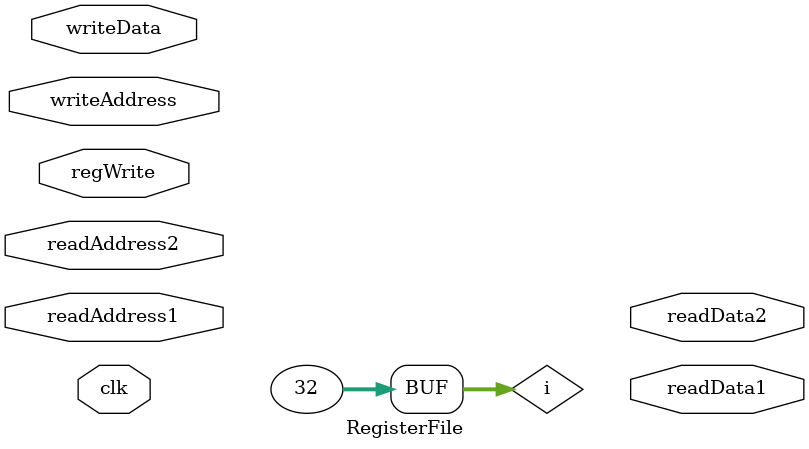
<source format=v>
module RegisterFile(clk, readAddress1, readAddress2, readData1, 
                        readData2, regWrite, writeAddress, writeData);

    input wire [31:0] writeData;
    input wire [4:0] readAddress2,readAddress1,writeAddress;
    input wire clk,regWrite;
    output wire [31:0] readData1,readData2;

    // internal values for loops and temporary data assignment
    integer i;
    reg [31:0] temp1,temp2;
    
    //32 registers for 32 words
    reg [31:0] registers [0:31];
    
    //fill all registers with 0
    initial 
    begin
        for(i=0;i<32;i=i+1)
            registers[i][31:0]=32'd0;
    end

    //write operation, will need clock
    always @(posedge clk)
    begin
        //prevents writing to a zero register so zer will always remain zero
        if(regWrite && writeAddress!=5'b00000)
        begin
            registers[writeAddress] <= writeData;    
        end
    end 

    //read operations
    //will happen on input change reagardless of clock
    always @(*) 
    begin
        if(readAddress1==5'b00000)
            temp1=32'd0;
        else if(regWrite && (readAddress1 == writeAddress))
            temp1=writeData;
        else 
            temp1=registers[readAddress1][31:0];

        if(readAddress2==5'b00000)
            temp2=32'd0;
        else if(regWrite && (readAddress2 == writeAddress))
            temp2=writeData;
        else 
            temp2=registers[readAddress2][31:0];
    end
endmodule
</source>
